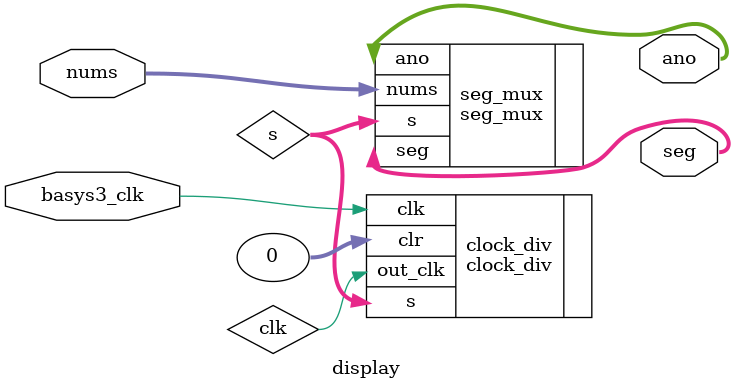
<source format=v>
`timescale 1ns / 1ps

module display(
    output wire [6:0] seg,
    output wire [3:0] ano,
    input wire [15:0] nums,
    input wire basys3_clk
);
    wire [1:0] s;
    wire clk;
    clock_div clock_div(.clk(basys3_clk), .clr(0), .out_clk(clk), .s(s));
    seg_mux seg_mux(.s(s), .seg(seg), .ano(ano), .nums(nums));
endmodule

</source>
